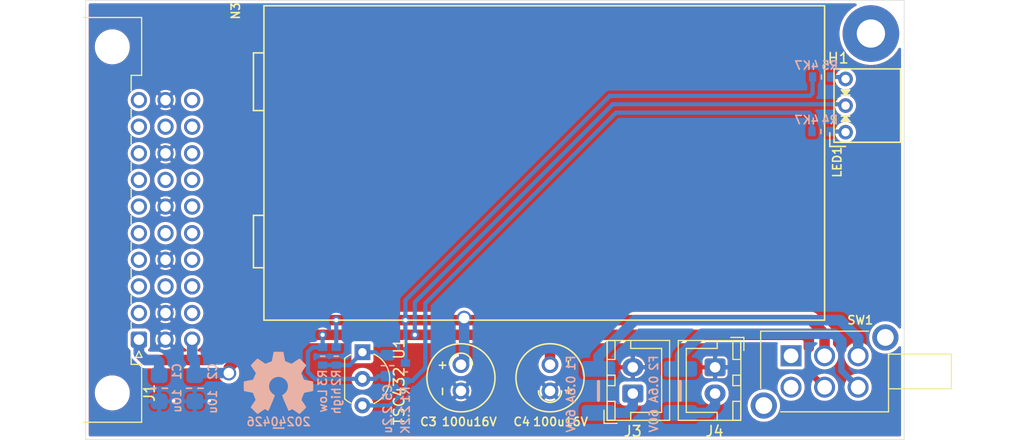
<source format=kicad_pcb>
(kicad_pcb (version 20221018) (generator pcbnew)
  (layers (0 "F.Cu" mixed) (31 "B.Cu" mixed) (34 "B.Paste" user) (35 "F.Paste" user) (36 "B.SilkS" user "B.Silkscreen") (37 "F.SilkS" user "F.Silkscreen") (38 "B.Mask" user) (39 "F.Mask" user) (44 "Edge.Cuts" user))
  (net 0 "")
  (net 1 "/5V")
  (net 10 "GND")
  (net 15 "/Vaux")
  (net 23 "/+aV")
  (net 24 "/-aV")
  (net 25 "Net-(U1-REF)")
  (net 26 "Net-(J3-Pin_1)")
  (net 27 "/+aV_in")
  (net 28 "Net-(J4-Pin_2)")
  (net 29 "/-aV_in")
  (net 30 "/lowBatt")
  (net 34 "Net-(LED1-A1)")
  (net 35 "Net-(LED1-A2)")
  (footprint "SquantorDiodes:LED_DUAL_TH245_90deg" (layer "F.Cu") (at 170.3 89.425 90)
    (fp_text reference "LED1" (at -5.4 -0.8 90 unlocked) (layer "F.SilkS") (effects (font (size 0.8 0.8))))
    (fp_text value "LED_Dual_CC")
    (fp_line (start -3.9 -1.5) (end -3.9 0) (stroke (width 0.15)) (layer "F.SilkS"))
    (fp_line (start -3.9 -1.5) (end -2.6 -1.5) (stroke (width 0.15)) (layer "F.SilkS"))
    (fp_line (start -3.5 -1.1) (end 3.5 -1.1) (stroke (width 0.15)) (layer "F.SilkS"))
    (fp_line (start -3.5 5.25) (end -3.5 -1.1) (stroke (width 0.15)) (layer "F.SilkS"))
    (fp_line (start -3.5 5.25) (end 3.5 5.25) (stroke (width 0.15)) (layer "F.SilkS"))
    (fp_line (start -1 -0.4) (end -1 0.4) (stroke (width 0.15)) (layer "F.SilkS"))
    (fp_line (start 1 0.4) (end 1 -0.4) (stroke (width 0.15)) (layer "F.SilkS"))
    (fp_line (start 3.5 5.25) (end 3.5 -1.1) (stroke (width 0.15)) (layer "F.SilkS"))
    (fp_poly (pts (xy -1 0) (xy -1.5 0.4) (xy -1.5 -0.4)) (stroke (width 0.15)) (fill solid) (layer "F.SilkS"))
    (fp_poly (pts (xy 1 0) (xy 1.5 -0.4) (xy 1.5 0.4)) (stroke (width 0.15)) (fill solid) (layer "F.SilkS"))
    (pad "1" thru_hole circle (at -2.54 0 90) (size 1.4 1.4) (drill 0.8) (layers "*.Cu" "*.Mask") (net 34 "Net-(LED1-A1)"))
    (pad "2" thru_hole circle (at 0 0 90) (size 1.4 1.4) (drill 0.8) (layers "*.Cu" "*.Mask") (net 24 "/-aV"))
    (pad "3" thru_hole circle (at 2.54 0 90) (size 1.4 1.4) (drill 0.8) (layers "*.Cu" "*.Mask") (net 35 "Net-(LED1-A2)"))
  )
  (footprint "Connector_JST:JST_XH_B2B-XH-A_1x02_P2.50mm_Vertical" (layer "F.Cu") (at 157.85 114.4 -90)
    (fp_text reference "J4" (at 6.1 0.05) (layer "F.SilkS"))
    (fp_text value "Conn_01x02")
    (fp_line (start -2.85 -2.75) (end -2.85 -1.5) (stroke (width 0.12)) (layer "F.SilkS"))
    (fp_line (start -2.56 -2.46) (end -2.56 3.51) (stroke (width 0.12)) (layer "F.SilkS"))
    (fp_line (start -2.56 3.51) (end 5.06 3.51) (stroke (width 0.12)) (layer "F.SilkS"))
    (fp_line (start -2.55 -2.45) (end -2.55 -1.7) (stroke (width 0.12)) (layer "F.SilkS"))
    (fp_line (start -2.55 -1.7) (end -0.75 -1.7) (stroke (width 0.12)) (layer "F.SilkS"))
    (fp_line (start -2.55 -0.2) (end -1.8 -0.2) (stroke (width 0.12)) (layer "F.SilkS"))
    (fp_line (start -1.8 -0.2) (end -1.8 2.75) (stroke (width 0.12)) (layer "F.SilkS"))
    (fp_line (start -1.8 2.75) (end 1.25 2.75) (stroke (width 0.12)) (layer "F.SilkS"))
    (fp_line (start -1.6 -2.75) (end -2.85 -2.75) (stroke (width 0.12)) (layer "F.SilkS"))
    (fp_line (start -0.75 -2.45) (end -2.55 -2.45) (stroke (width 0.12)) (layer "F.SilkS"))
    (fp_line (start -0.75 -1.7) (end -0.75 -2.45) (stroke (width 0.12)) (layer "F.SilkS"))
    (fp_line (start 0.75 -2.45) (end 0.75 -1.7) (stroke (width 0.12)) (layer "F.SilkS"))
    (fp_line (start 0.75 -1.7) (end 1.75 -1.7) (stroke (width 0.12)) (layer "F.SilkS"))
    (fp_line (start 1.75 -2.45) (end 0.75 -2.45) (stroke (width 0.12)) (layer "F.SilkS"))
    (fp_line (start 1.75 -1.7) (end 1.75 -2.45) (stroke (width 0.12)) (layer "F.SilkS"))
    (fp_line (start 3.25 -2.45) (end 3.25 -1.7) (stroke (width 0.12)) (layer "F.SilkS"))
    (fp_line (start 3.25 -1.7) (end 5.05 -1.7) (stroke (width 0.12)) (layer "F.SilkS"))
    (fp_line (start 4.3 -0.2) (end 4.3 2.75) (stroke (width 0.12)) (layer "F.SilkS"))
    (fp_line (start 4.3 2.75) (end 1.25 2.75) (stroke (width 0.12)) (layer "F.SilkS"))
    (fp_line (start 5.05 -2.45) (end 3.25 -2.45) (stroke (width 0.12)) (layer "F.SilkS"))
    (fp_line (start 5.05 -1.7) (end 5.05 -2.45) (stroke (width 0.12)) (layer "F.SilkS"))
    (fp_line (start 5.05 -0.2) (end 4.3 -0.2) (stroke (width 0.12)) (layer "F.SilkS"))
    (fp_line (start 5.06 -2.46) (end -2.56 -2.46) (stroke (width 0.12)) (layer "F.SilkS"))
    (fp_line (start 5.06 3.51) (end 5.06 -2.46) (stroke (width 0.12)) (layer "F.SilkS"))
    (pad "1" thru_hole roundrect (at 0 0 270) (size 1.7 2) (drill 1) (layers "*.Cu" "*.Mask") (roundrect_rratio 0.147059) (net 10 "GND"))
    (pad "2" thru_hole oval (at 2.5 0 270) (size 1.7 2) (drill 1) (layers "*.Cu" "*.Mask") (net 28 "Net-(J4-Pin_2)"))
  )
  (footprint "SquantorConnectors:DIN41612_C3_3x10_Male_Horizontal_THT" (layer "F.Cu") (at 102.87 111.76 90)
    (fp_text reference "J1" (at -5.08 1 90) (layer "F.SilkS"))
    (fp_text value "~")
    (fp_line (start -7.88 -5.3) (end -7.88 0.26) (stroke (width 0.12)) (layer "F.SilkS"))
    (fp_line (start -7.88 0.26) (end -2.36 0.26) (stroke (width 0.12)) (layer "F.SilkS"))
    (fp_line (start -2.361 -0.74) (end -1.095 -0.74) (stroke (width 0.12)) (layer "F.SilkS"))
    (fp_line (start -2.36 0.26) (end -2.36 -0.74) (stroke (width 0.12)) (layer "F.SilkS"))
    (fp_line (start -1.695 -0.3) (end -1.695 0.3) (stroke (width 0.12)) (layer "F.SilkS"))
    (fp_line (start -1.695 0.3) (end -1.095 0) (stroke (width 0.12)) (layer "F.SilkS"))
    (fp_line (start -1.095 0) (end -1.695 -0.3) (stroke (width 0.12)) (layer "F.SilkS"))
    (fp_line (start 1.095 -0.74) (end 1.671 -0.74) (stroke (width 0.12)) (layer "F.SilkS"))
    (fp_line (start 3.41 -0.74) (end 4.211 -0.74) (stroke (width 0.12)) (layer "F.SilkS"))
    (fp_line (start 5.95 -0.74) (end 6.751 -0.74) (stroke (width 0.12)) (layer "F.SilkS"))
    (fp_line (start 8.49 -0.74) (end 9.291 -0.74) (stroke (width 0.12)) (layer "F.SilkS"))
    (fp_line (start 11.03 -0.74) (end 11.831 -0.74) (stroke (width 0.12)) (layer "F.SilkS"))
    (fp_line (start 13.57 -0.74) (end 14.371 -0.74) (stroke (width 0.12)) (layer "F.SilkS"))
    (fp_line (start 16.11 -0.74) (end 16.911 -0.74) (stroke (width 0.12)) (layer "F.SilkS"))
    (fp_line (start 18.65 -0.74) (end 19.451 -0.74) (stroke (width 0.12)) (layer "F.SilkS"))
    (fp_line (start 21.19 -0.74) (end 21.991 -0.74) (stroke (width 0.12)) (layer "F.SilkS"))
    (fp_line (start 23.73 -0.74) (end 25.22 -0.74) (stroke (width 0.12)) (layer "F.SilkS"))
    (fp_line (start 25.22 0.26) (end 25.22 -0.74) (stroke (width 0.12)) (layer "F.SilkS"))
    (fp_line (start 30.74 -5.3) (end 30.74 0.26) (stroke (width 0.12)) (layer "F.SilkS"))
    (fp_line (start 30.74 0.26) (end 25.22 0.26) (stroke (width 0.12)) (layer "F.SilkS"))
    (pad "" np_thru_hole circle (at -5.08 -2.54 90) (size 2.85 2.85) (drill 2.85) (layers "*.Cu" "*.Mask"))
    (pad "" np_thru_hole circle (at 27.94 -2.54 90) (size 2.85 2.85) (drill 2.85) (layers "*.Cu" "*.Mask"))
    (pad "A1" thru_hole roundrect (at 0 0 90) (size 1.55 1.55) (drill 1) (layers "*.Cu" "*.Mask") (roundrect_rratio 0.16129) (net 23 "/+aV"))
    (pad "A2" thru_hole circle (at 2.54 0 90) (size 1.55 1.55) (drill 1) (layers "*.Cu" "*.Mask") (net 1 "/5V"))
    (pad "A3" thru_hole circle (at 5.08 0 90) (size 1.55 1.55) (drill 1) (layers "*.Cu" "*.Mask"))
    (pad "A4" thru_hole circle (at 7.62 0 90) (size 1.55 1.55) (drill 1) (layers "*.Cu" "*.Mask"))
    (pad "A5" thru_hole circle (at 10.16 0 90) (size 1.55 1.55) (drill 1) (layers "*.Cu" "*.Mask"))
    (pad "A6" thru_hole circle (at 12.7 0 90) (size 1.55 1.55) (drill 1) (layers "*.Cu" "*.Mask"))
    (pad "A7" thru_hole circle (at 15.24 0 90) (size 1.55 1.55) (drill 1) (layers "*.Cu" "*.Mask"))
    (pad "A8" thru_hole circle (at 17.78 0 90) (size 1.55 1.55) (drill 1) (layers "*.Cu" "*.Mask"))
    (pad "A9" thru_hole circle (at 20.32 0 90) (size 1.55 1.55) (drill 1) (layers "*.Cu" "*.Mask"))
    (pad "A10" thru_hole circle (at 22.86 0 90) (size 1.55 1.55) (drill 1) (layers "*.Cu" "*.Mask"))
    (pad "B1" thru_hole circle (at 0 2.54 90) (size 1.55 1.55) (drill 1) (layers "*.Cu" "*.Mask") (net 10 "GND"))
    (pad "B2" thru_hole circle (at 2.54 2.54 90) (size 1.55 1.55) (drill 1) (layers "*.Cu" "*.Mask") (net 10 "GND"))
    (pad "B3" thru_hole circle (at 5.08 2.54 90) (size 1.55 1.55) (drill 1) (layers "*.Cu" "*.Mask"))
    (pad "B4" thru_hole circle (at 7.62 2.54 90) (size 1.55 1.55) (drill 1) (layers "*.Cu" "*.Mask") (net 10 "GND"))
    (pad "B5" thru_hole circle (at 10.16 2.54 90) (size 1.55 1.55) (drill 1) (layers "*.Cu" "*.Mask"))
    (pad "B6" thru_hole circle (at 12.7 2.54 90) (size 1.55 1.55) (drill 1) (layers "*.Cu" "*.Mask") (net 10 "GND"))
    (pad "B7" thru_hole circle (at 15.24 2.54 90) (size 1.55 1.55) (drill 1) (layers "*.Cu" "*.Mask"))
    (pad "B8" thru_hole circle (at 17.78 2.54 90) (size 1.55 1.55) (drill 1) (layers "*.Cu" "*.Mask") (net 10 "GND"))
    (pad "B9" thru_hole circle (at 20.32 2.54 90) (size 1.55 1.55) (drill 1) (layers "*.Cu" "*.Mask"))
    (pad "B10" thru_hole circle (at 22.86 2.54 90) (size 1.55 1.55) (drill 1) (layers "*.Cu" "*.Mask") (net 10 "GND"))
    (pad "C1" thru_hole circle (at 0 5.08 90) (size 1.55 1.55) (drill 1) (layers "*.Cu" "*.Mask") (net 24 "/-aV"))
    (pad "C2" thru_hole circle (at 2.54 5.08 90) (size 1.55 1.55) (drill 1) (layers "*.Cu" "*.Mask") (net 15 "/Vaux"))
    (pad "C3" thru_hole circle (at 5.08 5.08 90) (size 1.55 1.55) (drill 1) (layers "*.Cu" "*.Mask"))
    (pad "C4" thru_hole circle (at 7.62 5.08 90) (size 1.55 1.55) (drill 1) (layers "*.Cu" "*.Mask"))
    (pad "C5" thru_hole circle (at 10.16 5.08 90) (size 1.55 1.55) (drill 1) (layers "*.Cu" "*.Mask"))
    (pad "C6" thru_hole circle (at 12.7 5.08 90) (size 1.55 1.55) (drill 1) (layers "*.Cu" "*.Mask"))
    (pad "C7" thru_hole circle (at 15.24 5.08 90) (size 1.55 1.55) (drill 1) (layers "*.Cu" "*.Mask"))
    (pad "C8" thru_hole circle (at 17.78 5.08 90) (size 1.55 1.55) (drill 1) (layers "*.Cu" "*.Mask"))
    (pad "C9" thru_hole circle (at 20.32 5.08 90) (size 1.55 1.55) (drill 1) (layers "*.Cu" "*.Mask"))
    (pad "C10" thru_hole circle (at 22.86 5.08 90) (size 1.55 1.55) (drill 1) (layers "*.Cu" "*.Mask"))
  )
  (footprint "SquantorModules:battery_holder_9v_stacked" (layer "F.Cu") (at 140.8 94.9 90)
    (fp_text reference "N3" (at 14.5 -28.7 90 unlocked) (layer "F.SilkS") (effects (font (size 0.8 0.8))))
    (fp_text value "9V blocks")
    (fp_line (start -15 -26) (end -15 27.5) (stroke (width 0.15)) (layer "F.SilkS"))
    (fp_line (start -15 27.5) (end 15 27.5) (stroke (width 0.15)) (layer "F.SilkS"))
    (fp_line (start -10 -27) (end -5 -27) (stroke (width 0.15)) (layer "F.SilkS"))
    (fp_line (start -10 -26) (end -10 -27) (stroke (width 0.15)) (layer "F.SilkS"))
    (fp_line (start -5 -27) (end -5 -26) (stroke (width 0.15)) (layer "F.SilkS"))
    (fp_line (start 5 -27) (end 5 -26) (stroke (width 0.15)) (layer "F.SilkS"))
    (fp_line (start 10.5 -27) (end 5 -27) (stroke (width 0.15)) (layer "F.SilkS"))
    (fp_line (start 10.5 -26) (end 10.5 -27) (stroke (width 0.15)) (layer "F.SilkS"))
    (fp_line (start 15 -26) (end -15 -26) (stroke (width 0.15)) (layer "F.SilkS"))
    (fp_line (start 15 27.5) (end 15 -26) (stroke (width 0.15)) (layer "F.SilkS"))
  )
  (footprint "Connector_JST:JST_XH_B2B-XH-A_1x02_P2.50mm_Vertical" (layer "F.Cu") (at 150 116.9 90)
    (fp_text reference "J3" (at -3.6 0 180) (layer "F.SilkS"))
    (fp_text value "Conn_01x02")
    (fp_line (start -2.85 -2.75) (end -2.85 -1.5) (stroke (width 0.12)) (layer "F.SilkS"))
    (fp_line (start -2.56 -2.46) (end -2.56 3.51) (stroke (width 0.12)) (layer "F.SilkS"))
    (fp_line (start -2.56 3.51) (end 5.06 3.51) (stroke (width 0.12)) (layer "F.SilkS"))
    (fp_line (start -2.55 -2.45) (end -2.55 -1.7) (stroke (width 0.12)) (layer "F.SilkS"))
    (fp_line (start -2.55 -1.7) (end -0.75 -1.7) (stroke (width 0.12)) (layer "F.SilkS"))
    (fp_line (start -2.55 -0.2) (end -1.8 -0.2) (stroke (width 0.12)) (layer "F.SilkS"))
    (fp_line (start -1.8 -0.2) (end -1.8 2.75) (stroke (width 0.12)) (layer "F.SilkS"))
    (fp_line (start -1.8 2.75) (end 1.25 2.75) (stroke (width 0.12)) (layer "F.SilkS"))
    (fp_line (start -1.6 -2.75) (end -2.85 -2.75) (stroke (width 0.12)) (layer "F.SilkS"))
    (fp_line (start -0.75 -2.45) (end -2.55 -2.45) (stroke (width 0.12)) (layer "F.SilkS"))
    (fp_line (start -0.75 -1.7) (end -0.75 -2.45) (stroke (width 0.12)) (layer "F.SilkS"))
    (fp_line (start 0.75 -2.45) (end 0.75 -1.7) (stroke (width 0.12)) (layer "F.SilkS"))
    (fp_line (start 0.75 -1.7) (end 1.75 -1.7) (stroke (width 0.12)) (layer "F.SilkS"))
    (fp_line (start 1.75 -2.45) (end 0.75 -2.45) (stroke (width 0.12)) (layer "F.SilkS"))
    (fp_line (start 1.75 -1.7) (end 1.75 -2.45) (stroke (width 0.12)) (layer "F.SilkS"))
    (fp_line (start 3.25 -2.45) (end 3.25 -1.7) (stroke (width 0.12)) (layer "F.SilkS"))
    (fp_line (start 3.25 -1.7) (end 5.05 -1.7) (stroke (width 0.12)) (layer "F.SilkS"))
    (fp_line (start 4.3 -0.2) (end 4.3 2.75) (stroke (width 0.12)) (layer "F.SilkS"))
    (fp_line (start 4.3 2.75) (end 1.25 2.75) (stroke (width 0.12)) (layer "F.SilkS"))
    (fp_line (start 5.05 -2.45) (end 3.25 -2.45) (stroke (width 0.12)) (layer "F.SilkS"))
    (fp_line (start 5.05 -1.7) (end 5.05 -2.45) (stroke (width 0.12)) (layer "F.SilkS"))
    (fp_line (start 5.05 -0.2) (end 4.3 -0.2) (stroke (width 0.12)) (layer "F.SilkS"))
    (fp_line (start 5.06 -2.46) (end -2.56 -2.46) (stroke (width 0.12)) (layer "F.SilkS"))
    (fp_line (start 5.06 3.51) (end 5.06 -2.46) (stroke (width 0.12)) (layer "F.SilkS"))
    (pad "1" thru_hole roundrect (at 0 0 90) (size 1.7 2) (drill 1) (layers "*.Cu" "*.Mask") (roundrect_rratio 0.147059) (net 26 "Net-(J3-Pin_1)"))
    (pad "2" thru_hole oval (at 2.5 0 90) (size 1.7 2) (drill 1) (layers "*.Cu" "*.Mask") (net 10 "GND"))
  )
  (footprint "SquantorCapacitor:C-025-065-elco" (layer "F.Cu") (at 133.6 115.4 -90)
    (fp_text reference "C3" (at 4.2 3.1 unlocked) (layer "F.SilkS") (effects (font (size 0.8 0.8))))
    (fp_text value "100u16V" (at 4.2 -0.8 unlocked) (layer "F.SilkS") (effects (font (size 0.8 0.8))))
    (fp_text user "+" (at -1.2 1.7 -90 unlocked) (layer "F.SilkS") (effects (font (size 0.8 0.8))))
    (fp_text user "-" (at 1.3 1.7 -90 unlocked) (layer "F.SilkS") (effects (font (size 0.8 0.8))))
    (fp_arc (start -1.25 1.1) (mid -2.35 0) (end -1.25 -1.1) (stroke (width 0.15)) (layer "F.SilkS"))
    (fp_circle (center 0 0) (end 3.25 0) (stroke (width 0.15)) (fill none) (layer "F.SilkS"))
    (pad "1" thru_hole circle (at -1.25 0 270) (size 1.6 1.6) (drill 1) (layers "*.Cu" "*.Mask") (net 23 "/+aV"))
    (pad "2" thru_hole circle (at 1.25 0 270) (size 1.6 1.6) (drill 1) (layers "*.Cu" "*.Mask") (net 10 "GND"))
  )
  (footprint "SquantorSwitches:PS-22F02" (layer "F.Cu") (at 168.3 114.8)
    (fp_text reference "SW1" (at 3.4 -4.9 unlocked) (layer "F.SilkS") (effects (font (size 0.8 0.8))))
    (fp_text value "switch_DPDT")
    (fp_line (start -6.1 1.6) (end -6.1 -3.85) (stroke (width 0.12)) (layer "F.SilkS"))
    (fp_line (start -4.2 3.85) (end 6.1 3.85) (stroke (width 0.12)) (layer "F.SilkS"))
    (fp_line (start 4.2 -3.85) (end -6.1 -3.85) (stroke (width 0.12)) (layer "F.SilkS"))
    (fp_line (start 6.1 -1.6) (end 6.1 3.85) (stroke (width 0.12)) (layer "F.SilkS"))
    (fp_rect (start 6.1 1.65) (end 12.1 -1.66) (stroke (width 0.12)) (fill none) (layer "F.SilkS"))
    (pad "1" thru_hole rect (at -3.2 -1.5) (size 2 2) (drill 1.4) (layers "*.Cu" "*.Mask"))
    (pad "2" thru_hole circle (at 0 -1.5) (size 2 2) (drill 1.4) (layers "*.Cu" "*.Mask") (net 23 "/+aV"))
    (pad "3" thru_hole circle (at 3.2 -1.5) (size 2 2) (drill 1.4) (layers "*.Cu" "*.Mask") (net 27 "/+aV_in"))
    (pad "4" thru_hole circle (at 3.2 1.5) (size 2 2) (drill 1.4) (layers "*.Cu" "*.Mask") (net 29 "/-aV_in"))
    (pad "5" thru_hole circle (at 0 1.5) (size 2 2) (drill 1.4) (layers "*.Cu" "*.Mask") (net 24 "/-aV"))
    (pad "6" thru_hole circle (at -3.2 1.5) (size 2 2) (drill 1.4) (layers "*.Cu" "*.Mask"))
    (pad "S" thru_hole circle (at -5.8 3.25) (size 2.5 2.5) (drill 1.6) (layers "*.Cu" "*.Mask"))
    (pad "S" thru_hole circle (at 5.8 -3.25) (size 2.5 2.5) (drill 1.6) (layers "*.Cu" "*.Mask"))
  )
  (footprint "SquantorCapacitor:C-025-065-elco" (layer "F.Cu") (at 142.1 115.4 90)
    (fp_text reference "C4" (at -4.2 -2.7 unlocked) (layer "F.SilkS") (effects (font (size 0.8 0.8))))
    (fp_text value "100u16V" (at -4.2 1 unlocked) (layer "F.SilkS") (effects (font (size 0.8 0.8))))
    (fp_text user "+" (at -1.2 1.7 90 unlocked) (layer "F.SilkS") (effects (font (size 0.8 0.8))))
    (fp_text user "-" (at 1.3 1.7 90 unlocked) (layer "F.SilkS") (effects (font (size 0.8 0.8))))
    (fp_arc (start -1.25 1.1) (mid -2.35 0) (end -1.25 -1.1) (stroke (width 0.15)) (layer "F.SilkS"))
    (fp_circle (center 0 0) (end 3.25 0) (stroke (width 0.15)) (fill none) (layer "F.SilkS"))
    (pad "1" thru_hole circle (at -1.25 0 90) (size 1.6 1.6) (drill 1) (layers "*.Cu" "*.Mask") (net 10 "GND"))
    (pad "2" thru_hole circle (at 1.25 0 90) (size 1.6 1.6) (drill 1) (layers "*.Cu" "*.Mask") (net 24 "/-aV"))
  )
  (footprint "MountingHole:MountingHole_2.7mm_M2.5_Pad" (layer "F.Cu") (at 172.72 82.55)
    (fp_text reference "H1" (at -3.12 2.35) (layer "F.SilkS"))
    (fp_text value "MountingHole")
    (pad "1" thru_hole circle (at 0 0) (size 5.4 5.4) (drill 2.7) (layers "*.Cu" "*.Mask"))
  )
  (footprint "Package_TO_SOT_THT:TO-92L_Inline_Wide" (layer "F.Cu") (at 124.2 112.96 -90)
    (fp_text reference "U1" (at -0.32 -3.5 90) (layer "F.SilkS"))
    (fp_text value "TSC432" (at 4.18 -3.5 90) (layer "F.SilkS"))
    (fp_line (start 0.6 1.7) (end 4.45 1.7) (stroke (width 0.12)) (layer "F.SilkS"))
    (fp_arc (start 0.1836 -1.098807) (mid 1.143021 -2.192817) (end 2.54 -2.6) (stroke (width 0.12)) (layer "F.SilkS"))
    (fp_arc (start 0.6 1.7) (mid 0.389183 1.423933) (end 0.217369 1.122045) (stroke (width 0.12)) (layer "F.SilkS"))
    (fp_arc (start 2.54 -2.6) (mid 3.936979 -2.192818) (end 4.8964 -1.098807) (stroke (width 0.12)) (layer "F.SilkS"))
    (fp_arc (start 4.842383 1.112264) (mid 4.666594 1.419753) (end 4.45 1.7) (stroke (width 0.12)) (layer "F.SilkS"))
    (pad "1" thru_hole rect (at 0 0 270) (size 1.5 1.5) (drill 0.8) (layers "*.Cu" "*.Mask") (net 25 "Net-(U1-REF)"))
    (pad "2" thru_hole circle (at 2.54 0 270) (size 1.5 1.5) (drill 0.8) (layers "*.Cu" "*.Mask") (net 24 "/-aV"))
    (pad "3" thru_hole circle (at 5.08 0 270) (size 1.5 1.5) (drill 0.8) (layers "*.Cu" "*.Mask") (net 30 "/lowBatt"))
  )
  (footprint "SquantorLabels:Label_Generic" (layer "B.Cu") (at 116.2 119.6 180)
    (fp_text reference "N1" hide)
    (fp_text value "20240426" (at 0 0) (layer "B.SilkS") (effects (font (size 0.8 0.8)) (justify mirror)))
    (fp_line (start -0.5 -0.6) (end 0.5 -0.6) (stroke (width 0.15)) (layer "B.SilkS"))
  )
  (footprint "Symbol:OSHW-Symbol_6.7x6mm_SilkScreen" (layer "B.Cu") (at 116.2 115.9 180)
    (fp_text reference "N2" hide)
    (fp_text value "OHWLOGO" hide)
    (fp_poly (pts (xy 0.555814 2.531069) (xy 0.639635 2.086445) (xy 0.94892 1.958947) (xy 1.258206 1.831449) (xy 1.629246 2.083754) (xy 1.733157 2.154004) (xy 1.827087 2.216728) (xy 1.906652 2.269062) (xy 1.96747 2.308143) (xy 2.005157 2.331107) (xy 2.015421 2.336058) (xy 2.03391 2.323324) (xy 2.07342 2.288118) (xy 2.129522 2.234938) (xy 2.197787 2.168282) (xy 2.273786 2.092646) (xy 2.353092 2.012528) (xy 2.431275 1.932426) (xy 2.503907 1.856836) (xy 2.566559 1.790255) (xy 2.614803 1.737182) (xy 2.64421 1.702113) (xy 2.651241 1.690377) (xy 2.641123 1.66874) (xy 2.612759 1.621338) (xy 2.569129 1.552807) (xy 2.513218 1.467785) (xy 2.448006 1.370907) (xy 2.410219 1.31565) (xy 2.341343 1.214752) (xy 2.28014 1.123701) (xy 2.229578 1.04703) (xy 2.192628 0.989272) (xy 2.172258 0.954957) (xy 2.169197 0.947746) (xy 2.176136 0.927252) (xy 2.195051 0.879487) (xy 2.223087 0.811168) (xy 2.257391 0.729011) (xy 2.295109 0.63973) (xy 2.333387 0.550042) (xy 2.36937 0.466662) (xy 2.400206 0.396306) (xy 2.423039 0.34569) (xy 2.435017 0.321529) (xy 2.435724 0.320578) (xy 2.454531 0.315964) (xy 2.504618 0.305672) (xy 2.580793 0.290713) (xy 2.677865 0.272099) (xy 2.790643 0.250841) (xy 2.856442 0.238582) (xy 2.97695 0.215638) (xy 3.085797 0.193805) (xy 3.177476 0.174278) (xy 3.246481 0.158252) (xy 3.287304 0.146921) (xy 3.295511 0.143326) (xy 3.303548 0.118994) (xy 3.310033 0.064041) (xy 3.31497 -0.015108) (xy 3.318364 -0.112026) (xy 3.320218 -0.220287) (xy 3.320538 -0.333465) (xy 3.319327 -0.445135) (xy 3.31659 -0.548868) (xy 3.312331 -0.638241) (xy 3.306555 -0.706826) (xy 3.299267 -0.748197) (xy 3.294895 -0.75681) (xy 3.268764 -0.767133) (xy 3.213393 -0.781892) (xy 3.136107 -0.799352) (xy 3.04423 -0.81778) (xy 3.012158 -0.823741) (xy 2.857524 -0.852066) (xy 2.735375 -0.874876) (xy 2.641673 -0.89308) (xy 2.572384 -0.907583) (xy 2.523471 -0.919292) (xy 2.490897 -0.929115) (xy 2.470628 -0.937956) (xy 2.458626 -0.946724) (xy 2.456947 -0.948457) (xy 2.440184 -0.976371) (xy 2.414614 -1.030695) (xy 2.382788 -1.104777) (xy 2.34726 -1.191965) (xy 2.310583 -1.285608) (xy 2.275311 -1.379052) (xy 2.243996 -1.465647) (xy 2.219193 -1.53874) (xy 2.203454 -1.591678) (xy 2.199332 -1.617811) (xy 2.199676 -1.618726) (xy 2.213641 -1.640086) (xy 2.245322 -1.687084) (xy 2.291391 -1.754827) (xy 2.348518 -1.838423) (xy 2.413373 -1.932982) (xy 2.431843 -1.959854) (xy 2.497699 -2.057275) (xy 2.55565 -2.146163) (xy 2.602538 -2.221412) (xy 2.635207 -2.27792) (xy 2.6505 -2.310581) (xy 2.651241 -2.314593) (xy 2.638392 -2.335684) (xy 2.602888 -2.377464) (xy 2.549293 -2.435445) (xy 2.482171 -2.505135) (xy 2.406087 -2.582045) (xy 2.325604 -2.661683) (xy 2.245287 -2.739561) (xy 2.169699 -2.811186) (xy 2.103405 -2.87207) (xy 2.050969 -2.917721) (xy 2.016955 -2.94365) (xy 2.007545 -2.947883) (xy 1.985643 -2.937912) (xy 1.9408 -2.91102) (xy 1.880321 -2.871736) (xy 1.833789 -2.840117) (xy 1.749475 -2.782098) (xy 1.649626 -2.713784) (xy 1.549473 -2.645579) (xy 1.495627 -2.609075) (xy 1.313371 -2.4858) (xy 1.160381 -2.56852) (xy 1.090682 -2.604759) (xy 1.031414 -2.632926) (xy 0.991311 -2.648991) (xy 0.981103 -2.651226) (xy 0.968829 -2.634722) (xy 0.944613 -2.588082) (xy 0.910263 -2.515609) (xy 0.867588 -2.421606) (xy 0.818394 -2.310374) (xy 0.76449 -2.186215) (xy 0.707684 -2.053432) (xy 0.649782 -1.916327) (xy 0.592593 -1.779202) (xy 0.537924 -1.646358) (xy 0.487584 -1.522098) (xy 0.44338 -1.410725) (xy 0.407119 -1.316539) (xy 0.380609 -1.243844) (xy 0.365658 -1.196941) (xy 0.363254 -1.180833) (xy 0.382311 -1.160286) (xy 0.424036 -1.126933) (xy 0.479706 -1.087702) (xy 0.484378 -1.084599) (xy 0.628264 -0.969423) (xy 0.744283 -0.835053) (xy 0.83143 -0.685784) (xy 0.888699 -0.525913) (xy 0.915086 -0.359737) (xy 0.909585 -0.191552) (xy 0.87119 -0.025655) (xy 0.798895 0.133658) (xy 0.777626 0.168513) (xy 0.666996 0.309263) (xy 0.536302 0.422286) (xy 0.390064 0.506997) (xy 0.232808 0.562806) (xy 0.069057 0.589126) (xy -0.096667 0.58537) (xy -0.259838 0.55095) (xy -0.415935 0.485277) (xy -0.560433 0.387765) (xy -0.605131 0.348187) (xy -0.718888 0.224297) (xy -0.801782 0.093876) (xy -0.858644 -0.052315) (xy -0.890313 -0.197088) (xy -0.898131 -0.35986) (xy -0.872062 -0.52344) (xy -0.814755 -0.682298) (xy -0.728856 -0.830906) (xy -0.617014 -0.963735) (xy -0.481877 -1.075256) (xy -0.464117 -1.087011) (xy -0.40785 -1.125508) (xy -0.365077 -1.158863) (xy -0.344628 -1.18016) (xy -0.344331 -1.180833) (xy -0.348721 -1.203871) (xy -0.366124 -1.256157) (xy -0.394732 -1.33339) (xy -0.432735 -1.431268) (xy -0.478326 -1.545491) (xy -0.529697 -1.671758) (xy -0.585038 -1.805767) (xy -0.642542 -1.943218) (xy -0.700399 -2.079808) (xy -0.756802 -2.211237) (xy -0.809942 -2.333205) (xy -0.85801 -2.441409) (xy -0.899199 -2.531549) (xy -0.931699 -2.599323) (xy -0.953703 -2.64043) (xy -0.962564 -2.651226) (xy -0.98964 -2.642819) (xy -1.040303 -2.620272) (xy -1.105817 -2.587613) (xy -1.141841 -2.56852) (xy -1.294832 -2.4858) (xy -1.477088 -2.609075) (xy -1.570125 -2.672228) (xy -1.671985 -2.741727) (xy -1.767438 -2.807165) (xy -1.81525 -2.840117) (xy -1.882495 -2.885273) (xy -1.939436 -2.921057) (xy -1.978646 -2.942938) (xy -1.991381 -2.947563) (xy -2.009917 -2.935085) (xy -2.050941 -2.900252) (xy -2.110475 -2.846678) (xy -2.184542 -2.777983) (xy -2.269165 -2.697781) (xy -2.322685 -2.646286) (xy -2.416319 -2.554286) (xy -2.497241 -2.471999) (xy -2.562177 -2.402945) (xy -2.607858 -2.350644) (xy -2.631011 -2.318616) (xy -2.633232 -2.312116) (xy -2.622924 -2.287394) (xy -2.594439 -2.237405) (xy -2.550937 -2.167212) (xy -2.495577 -2.081875) (xy -2.43152 -1.986456) (xy -2.413303 -1.959854) (xy -2.346927 -1.863167) (xy -2.287378 -1.776117) (xy -2.237984 -1.703595) (xy -2.202075 -1.650493) (xy -2.182981 -1.621703) (xy -2.181136 -1.618726) (xy -2.183895 -1.595782) (xy -2.198538 -1.545336) (xy -2.222513 -1.474041) (xy -2.253266 -1.388547) (xy -2.288244 -1.295507) (xy -2.324893 -1.201574) (xy -2.360661 -1.113399) (xy -2.392994 -1.037634) (xy -2.419338 -0.980931) (xy -2.437142 -0.949943) (xy -2.438407 -0.948457) (xy -2.449294 -0.939601) (xy -2.467682 -0.930843) (xy -2.497606 -0.921277) (xy -2.543103 -0.909996) (xy -2.608209 -0.896093) (xy -2.696961 -0.878663) (xy -2.813393 -0.856798) (xy -2.961542 -0.829591) (xy -2.993618 -0.823741) (xy -3.088686 -0.805374) (xy -3.171565 -0.787405) (xy -3.23493 -0.771569) (xy -3.271458 -0.7596) (xy -3.276356 -0.75681) (xy -3.284427 -0.732072) (xy -3.290987 -0.67679) (xy -3.296033 -0.597389) (xy -3.299559 -0.500296) (xy -3.301561 -0.391938) (xy -3.302036 -0.27874) (xy -3.300977 -0.167128) (xy -3.298382 -0.063529) (xy -3.294246 0.025632) (xy -3.288563 0.093928) (xy -3.281331 0.134934) (xy -3.276971 0.143326) (xy -3.252698 0.151792) (xy -3.197426 0.165565) (xy -3.116662 0.18345) (xy -3.015912 0.204252) (xy -2.900683 0.226777) (xy -2.837902 0.238582) (xy -2.718787 0.260849) (xy -2.612565 0.281021) (xy -2.524427 0.298085) (xy -2.459566 0.311031) (xy -2.423174 0.318845) (xy -2.417184 0.320578) (xy -2.407061 0.34011) (xy -2.385662 0.387157) (xy -2.355839 0.454997) (xy -2.320445 0.536909) (xy -2.282332 0.626172) (xy -2.244353 0.716065) (xy -2.20936 0.799865) (xy -2.180206 0.870853) (xy -2.159743 0.922306) (xy -2.150823 0.947503) (xy -2.150657 0.948604) (xy -2.160769 0.968481) (xy -2.189117 1.014223) (xy -2.232723 1.081283) (xy -2.288606 1.165116) (xy -2.353787 1.261174) (xy -2.391679 1.31635) (xy -2.460725 1.417519) (xy -2.52205 1.50937) (xy -2.572663 1.587256) (xy -2.609571 1.646531) (xy -2.629782 1.682549) (xy -2.632701 1.690623) (xy -2.620153 1.709416) (xy -2.585463 1.749543) (xy -2.533063 1.806507) (xy -2.467384 1.875815) (xy -2.392856 1.952969) (xy -2.313913 2.033475) (xy -2.234983 2.112837) (xy -2.1605 2.18656) (xy -2.094894 2.250148) (xy -2.042596 2.299106) (xy -2.008039 2.328939) (xy -1.996478 2.336058) (xy -1.977654 2.326047) (xy -1.932631 2.297922) (xy -1.865787 2.254546) (xy -1.781499 2.198782) (xy -1.684144 2.133494) (xy -1.610707 2.083754) (xy -1.239667 1.831449) (xy -0.621095 2.086445) (xy -0.537275 2.531069) (xy -0.453454 2.975693) (xy 0.471994 2.975693) (xy 0.555814 2.531069)) (stroke (width 0.01)) (fill solid) (layer "B.SilkS"))
  )
  (footprint "SquantorCapacitor:C_1206_0805" (layer "B.Cu") (at 104.8 116.4 90)
    (fp_text reference "C1" (at 1.6 1.7 90) (layer "B.SilkS") (effects (font (size 0.8 0.8)) (justify mirror)))
    (fp_text value "10u" (at -1.2 1.7 90) (layer "B.SilkS") (effects (font (size 0.8 0.8)) (justify mirror)))
    (fp_line (start 0 -0.8) (end 0 -0.3) (stroke (width 0.15)) (layer "B.SilkS"))
    (fp_line (start 0 0.8) (end 0 0.3) (stroke (width 0.15)) (layer "B.SilkS"))
    (pad "1" smd roundrect (at -1.25 0 90) (size 1.5 1.6) (layers "B.Cu" "B.Paste" "B.Mask") (net 10 "GND"))
    (pad "2" smd roundrect (at 1.25 0 90) (size 1.5 1.6) (layers "B.Cu" "B.Paste" "B.Mask") (net 23 "/+aV"))
  )
  (footprint "SquantorResistor:R_0603_hand" (layer "B.Cu") (at 167.95 91.9 180)
    (fp_text reference "R4" (at -0.85 1.1) (layer "B.SilkS") (effects (font (size 0.8 0.8)) (justify mirror)))
    (fp_text value "4K7" (at 1.35 1.1) (layer "B.SilkS") (effects (font (size 0.8 0.8)) (justify mirror)))
    (fp_line (start 0 0.2) (end 0 -0.2) (stroke (width 0.15)) (layer "B.SilkS"))
    (pad "1" smd roundrect (at -0.85 0 180) (size 0.7 0.9) (layers "B.Cu" "B.Paste" "B.Mask") (roundrect_rratio 0.1428571429) (net 34 "Net-(LED1-A1)"))
    (pad "2" smd roundrect (at 0.85 0 180) (size 0.7 0.9) (layers "B.Cu" "B.Paste" "B.Mask") (roundrect_rratio 0.1428571429) (net 30 "/lowBatt"))
  )
  (footprint "SquantorCapacitor:C_0805" (layer "B.Cu") (at 126.6 114.24 -90)
    (fp_text reference "C5" (at 2.56 0 90) (layer "B.SilkS") (effects (font (size 0.8 0.8)) (justify mirror)))
    (fp_text value "2.2u" (at 5.16 0 90) (layer "B.SilkS") (effects (font (size 0.8 0.8)) (justify mirror)))
    (fp_line (start 0 -0.6) (end 0 -0.2) (stroke (width 0.15)) (layer "B.SilkS"))
    (fp_line (start 0 0.6) (end 0 0.2) (stroke (width 0.15)) (layer "B.SilkS"))
    (pad "1" smd roundrect (at -1 0 270) (size 1 1.35) (layers "B.Cu" "B.Paste" "B.Mask") (roundrect_rratio 0.2) (net 25 "Net-(U1-REF)"))
    (pad "2" smd roundrect (at 1 0 270) (size 1 1.35) (layers "B.Cu" "B.Paste" "B.Mask") (roundrect_rratio 0.2) (net 24 "/-aV"))
  )
  (footprint "SquantorResistor:R_0603_hand" (layer "B.Cu") (at 168 86.7 180)
    (fp_text reference "R5" (at -0.8 1.1) (layer "B.SilkS") (effects (font (size 0.8 0.8)) (justify mirror)))
    (fp_text value "4K7" (at 1.4 1.1) (layer "B.SilkS") (effects (font (size 0.8 0.8)) (justify mirror)))
    (fp_line (start 0 0.2) (end 0 -0.2) (stroke (width 0.15)) (layer "B.SilkS"))
    (pad "1" smd roundrect (at -0.85 0 180) (size 0.7 0.9) (layers "B.Cu" "B.Paste" "B.Mask") (roundrect_rratio 0.1428571429) (net 35 "Net-(LED1-A2)"))
    (pad "2" smd roundrect (at 0.85 0 180) (size 0.7 0.9) (layers "B.Cu" "B.Paste" "B.Mask") (roundrect_rratio 0.1428571429) (net 23 "/+aV"))
  )
  (footprint "SquantorRcl:F_1812-bourns" (layer "B.Cu") (at 146.725 116.65 90)
    (fp_text reference "F1" (at 2.65 -2.625 90 unlocked) (layer "B.SilkS") (effects (font (size 0.8 0.8)) (justify mirror)))
    (fp_text value "0.6A 60V" (at -1.25 -2.625 90 unlocked) (layer "B.SilkS") (effects (font (size 0.8 0.8)) (justify mirror)))
    (fp_line (start -0.9 0) (end 0.9 0) (stroke (width 0.3)) (layer "B.SilkS"))
    (pad "1" smd roundrect (at -2.1 0 90) (size 1.5 3.2) (layers "B.Cu" "B.Paste" "B.Mask") (roundrect_rratio 0.2) (net 26 "Net-(J3-Pin_1)"))
    (pad "2" smd roundrect (at 2.1 0 90) (size 1.5 3.2) (layers "B.Cu" "B.Paste" "B.Mask") (roundrect_rratio 0.2) (net 27 "/+aV_in"))
  )
  (footprint "SquantorRcl:F_1812-bourns" (layer "B.Cu") (at 154.525 116.65 90)
    (fp_text reference "F2" (at 2.65 -2.525 90 unlocked) (layer "B.SilkS") (effects (font (size 0.8 0.8)) (justify mirror)))
    (fp_text value "0.6A 60V" (at -1.25 -2.525 90 unlocked) (layer "B.SilkS") (effects (font (size 0.8 0.8)) (justify mirror)))
    (fp_line (start -0.9 0) (end 0.9 0) (stroke (width 0.3)) (layer "B.SilkS"))
    (pad "1" smd roundrect (at -2.1 0 90) (size 1.5 3.2) (layers "B.Cu" "B.Paste" "B.Mask") (roundrect_rratio 0.2) (net 28 "Net-(J4-Pin_2)"))
    (pad "2" smd roundrect (at 2.1 0 90) (size 1.5 3.2) (layers "B.Cu" "B.Paste" "B.Mask") (roundrect_rratio 0.2) (net 29 "/-aV_in"))
  )
  (footprint "SquantorCapacitor:C_1206_0805" (layer "B.Cu") (at 108.2 116.4 90)
    (fp_text reference "C2" (at 1.6 1.7 90) (layer "B.SilkS") (effects (font (size 0.8 0.8)) (justify mirror)))
    (fp_text value "10u" (at -1.3 1.7 90) (layer "B.SilkS") (effects (font (size 0.8 0.8)) (justify mirror)))
    (fp_line (start 0 -0.8) (end 0 -0.3) (stroke (width 0.15)) (layer "B.SilkS"))
    (fp_line (start 0 0.8) (end 0 0.3) (stroke (width 0.15)) (layer "B.SilkS"))
    (pad "1" smd roundrect (at -1.25 0 90) (size 1.5 1.6) (layers "B.Cu" "B.Paste" "B.Mask") (net 10 "GND"))
    (pad "2" smd roundrect (at 1.25 0 90) (size 1.5 1.6) (layers "B.Cu" "B.Paste" "B.Mask") (net 24 "/-aV"))
  )
  (footprint "SquantorResistor:R_0603_hand" (layer "B.Cu") (at 120.4 113.34 -90)
    (fp_text reference "R3" (at 2.06 0 90) (layer "B.SilkS") (effects (font (size 0.8 0.8)) (justify mirror)))
    (fp_text value "Low" (at 4.26 0 90) (layer "B.SilkS") (effects (font (size 0.8 0.8)) (justify mirror)))
    (fp_line (start 0 0.2) (end 0 -0.2) (stroke (width 0.15)) (layer "B.SilkS"))
    (pad "1" smd roundrect (at -0.85 0 270) (size 0.7 0.9) (layers "B.Cu" "B.Paste" "B.Mask") (roundrect_rratio 0.1428571429) (net 24 "/-aV"))
    (pad "2" smd roundrect (at 0.85 0 270) (size 0.7 0.9) (layers "B.Cu" "B.Paste" "B.Mask") (roundrect_rratio 0.1428571429) (net 25 "Net-(U1-REF)"))
  )
  (footprint "SquantorResistor:R_0603_hand" (layer "B.Cu") (at 121.7 113.34 -90)
    (fp_text reference "R2" (at 2.06 0 90) (layer "B.SilkS") (effects (font (size 0.8 0.8)) (justify mirror)))
    (fp_text value "high" (at 4.26 0 90) (layer "B.SilkS") (effects (font (size 0.8 0.8)) (justify mirror)))
    (fp_line (start 0 0.2) (end 0 -0.2) (stroke (width 0.15)) (layer "B.SilkS"))
    (pad "1" smd roundrect (at -0.85 0 270) (size 0.7 0.9) (layers "B.Cu" "B.Paste" "B.Mask") (roundrect_rratio 0.1428571429) (net 23 "/+aV"))
    (pad "2" smd roundrect (at 0.85 0 270) (size 0.7 0.9) (layers "B.Cu" "B.Paste" "B.Mask") (roundrect_rratio 0.1428571429) (net 25 "Net-(U1-REF)"))
  )
  (footprint "SquantorResistor:R_0603_hand" (layer "B.Cu") (at 128.3 114.84 -90)
    (fp_text reference "R1" (at 2.16 0 90) (layer "B.SilkS") (effects (font (size 0.8 0.8)) (justify mirror)))
    (fp_text value "2.2K" (at 4.56 0 90) (layer "B.SilkS") (effects (font (size 0.8 0.8)) (justify mirror)))
    (fp_line (start 0 0.2) (end 0 -0.2) (stroke (width 0.15)) (layer "B.SilkS"))
    (pad "1" smd roundrect (at -0.85 0 270) (size 0.7 0.9) (layers "B.Cu" "B.Paste" "B.Mask") (roundrect_rratio 0.1428571429) (net 23 "/+aV"))
    (pad "2" smd roundrect (at 0.85 0 270) (size 0.7 0.9) (layers "B.Cu" "B.Paste" "B.Mask") (roundrect_rratio 0.1428571429) (net 30 "/lowBatt"))
  )
  (gr_line (start 97.79 79.375) (end 175.895 79.375) (stroke (width 0.05)) (layer "Edge.Cuts"))
  (gr_line (start 97.79 121.285) (end 97.79 79.375) (stroke (width 0.05)) (layer "Edge.Cuts"))
  (gr_line (start 175.895 79.375) (end 175.895 121.285) (stroke (width 0.05)) (layer "Edge.Cuts"))
  (gr_line (start 175.895 121.285) (end 97.79 121.285) (stroke (width 0.05)) (layer "Edge.Cuts"))
  (via (at 109.6 117.6) (size 0.7) (drill 0.3) (layers "F.Cu" "B.Cu") (net 10))
  (via (at 106.2 117.6) (size 0.7) (drill 0.3) (layers "F.Cu" "B.Cu") (net 10))
  (segment (start 128.3 109.9) (end 133.7 109.9) (width 1) (layer "F.Cu") (net 23))
  (segment (start 134.1 109.9) (end 167 109.9) (width 1) (layer "F.Cu") (net 23))
  (segment (start 168.3 111.2) (end 168.3 113.3) (width 1) (layer "F.Cu") (net 23))
  (segment (start 133.9 109.7) (end 134.1 109.9) (width 1) (layer "F.Cu") (net 23))
  (segment (start 113.8 109.9) (end 110 113.7) (width 1) (layer "F.Cu") (net 23))
  (segment (start 102.87 113.07) (end 102.87 111.76) (width 1) (layer "F.Cu") (net 23))
  (segment (start 133.7 109.9) (end 133.9 109.7) (width 1) (layer "F.Cu") (net 23))
  (segment (start 167 109.9) (end 168.3 111.2) (width 1) (layer "F.Cu") (net 23))
  (segment (start 110 113.7) (end 103.5 113.7) (width 1) (layer "F.Cu") (net 23))
  (segment (start 103.5 113.7) (end 102.87 113.07) (width 1) (layer "F.Cu") (net 23))
  (segment (start 128.3 109.9) (end 113.8 109.9) (width 1) (layer "F.Cu") (net 23))
  (via (at 128.3 109.9) (size 0.8) (drill 0.4) (layers "F.Cu" "B.Cu") (net 23))
  (via (at 133.9 109.7) (size 1.4) (drill 1) (layers "F.Cu" "B.Cu") (net 23))
  (via (at 121.7 109.9) (size 0.8) (drill 0.4) (layers "F.Cu" "B.Cu") (net 23))
  (segment (start 104.8 115.15) (end 104.8 113.9) (width 1) (layer "B.Cu") (net 23))
  (segment (start 121.7 112.49) (end 121.7 109.9) (width 0.4) (layer "B.Cu") (net 23))
  (segment (start 102.87 113.07) (end 102.87 111.76) (width 1) (layer "B.Cu") (net 23))
  (segment (start 128.3 108) (end 147.8 88.5) (width 0.4) (layer "B.Cu") (net 23))
  (segment (start 104.6 113.7) (end 103.5 113.7) (width 1) (layer "B.Cu") (net 23))
  (segment (start 103.5 113.7) (end 102.87 113.07) (width 1) (layer "B.Cu") (net 23))
  (segment (start 167.15 88.25) (end 167.15 86.7) (width 0.4) (layer "B.Cu") (net 23))
  (segment (start 147.8 88.5) (end 166.9 88.5) (width 0.4) (layer "B.Cu") (net 23))
  (segment (start 133.9 109.7) (end 133.9 113.85) (width 1) (layer "B.Cu") (net 23))
  (segment (start 133.9 113.85) (end 133.6 114.15) (width 1) (layer "B.Cu") (net 23))
  (segment (start 104.8 113.9) (end 104.6 113.7) (width 1) (layer "B.Cu") (net 23))
  (segment (start 166.9 88.5) (end 167.15 88.25) (width 0.4) (layer "B.Cu") (net 23))
  (segment (start 128.3 113.99) (end 128.3 109.9) (width 0.4) (layer "B.Cu") (net 23))
  (segment (start 128.3 109.9) (end 128.3 108) (width 0.4) (layer "B.Cu") (net 23))
  (segment (start 166.4 111.3) (end 143.4 111.3) (width 1) (layer "F.Cu") (net 24))
  (segment (start 111.45 114.45) (end 111.45 114.95) (width 1) (layer "F.Cu") (net 24))
  (segment (start 129.2 111.3) (end 114.6 111.3) (width 1) (layer "F.Cu") (net 24))
  (segment (start 114.6 111.3) (end 111.45 114.45) (width 1) (layer "F.Cu") (net 24))
  (segment (start 166.8 112.5) (end 166.8 111.7) (width 1) (layer "F.Cu") (net 24))
  (segment (start 166.8 111.7) (end 166.4 111.3) (width 1) (layer "F.Cu") (net 24))
  (segment (start 143.4 111.3) (end 142.1 111.3) (width 1) (layer "F.Cu") (net 24))
  (segment (start 129.2 111.3) (end 143.4 111.3) (width 1) (layer "F.Cu") (net 24))
  (segment (start 166.8 112.5) (end 166.7 112.6) (width 0.6) (layer "F.Cu") (net 24))
  (segment (start 166.7 114.7) (end 168.3 116.3) (width 0.6) (layer "F.Cu") (net 24))
  (segment (start 166.7 112.6) (end 166.7 114.7) (width 0.6) (layer "F.Cu") (net 24))
  (segment (start 142.1 111.3) (end 142.1 114.15) (width 1) (layer "F.Cu") (net 24))
  (via (at 111.45 114.95) (size 1.4) (drill 1) (layers "F.Cu" "B.Cu") (net 24))
  (via (at 129.2 111.3) (size 0.8) (drill 0.4) (layers "F.Cu" "B.Cu") (net 24))
  (via (at 120.4 111.3) (size 0.8) (drill 0.4) (layers "F.Cu" "B.Cu") (net 24))
  (segment (start 119.66 115.5) (end 119 114.84) (width 0.4) (layer "B.Cu") (net 24))
  (segment (start 108.4 114.95) (end 108.2 115.15) (width 1) (layer "B.Cu") (net 24))
  (segment (start 107.95 113.45) (end 107.95 111.76) (width 1) (layer "B.Cu") (net 24))
  (segment (start 125.44 115.5) (end 125.7 115.24) (width 0.4) (layer "B.Cu") (net 24))
  (segment (start 129.2 111.3) (end 129.2 108.2) (width 0.4) (layer "B.Cu") (net 24))
  (segment (start 111.45 114.95) (end 108.4 114.95) (width 1) (layer "B.Cu") (net 24))
  (segment (start 124.2 115.5) (end 119.66 115.5) (width 0.4) (layer "B.Cu") (net 24))
  (segment (start 108.2 115.15) (end 108.2 113.7) (width 1) (layer "B.Cu") (net 24))
  (segment (start 119 112.94) (end 119.45 112.49) (width 0.4) (layer "B.Cu") (net 24))
  (segment (start 120.4 112.49) (end 120.4 111.3) (width 0.4) (layer "B.Cu") (net 24))
  (segment (start 148.1 89.3) (end 170.3 89.3) (width 0.4) (layer "B.Cu") (net 24))
  (segment (start 108.2 113.7) (end 107.95 113.45) (width 1) (layer "B.Cu") (net 24))
  (segment (start 124.2 115.5) (end 125.44 115.5) (width 0.4) (layer "B.Cu") (net 24))
  (segment (start 129.2 108.2) (end 148.1 89.3) (width 0.4) (layer "B.Cu") (net 24))
  (segment (start 119 114.84) (end 119 112.94) (width 0.4) (layer "B.Cu") (net 24))
  (segment (start 125.7 115.24) (end 126.6 115.24) (width 0.4) (layer "B.Cu") (net 24))
  (segment (start 119.45 112.49) (end 120.4 112.49) (width 0.4) (layer "B.Cu") (net 24))
  (segment (start 120.4 114.19) (end 121.7 114.19) (width 0.4) (layer "B.Cu") (net 25))
  (segment (start 125.7 113.24) (end 126.6 113.24) (width 0.4) (layer "B.Cu") (net 25))
  (segment (start 124.2 112.96) (end 125.42 112.96) (width 0.4) (layer "B.Cu") (net 25))
  (segment (start 125.42 112.96) (end 125.7 113.24) (width 0.4) (layer "B.Cu") (net 25))
  (segment (start 124.2 112.96) (end 122.97 114.19) (width 0.4) (layer "B.Cu") (net 25))
  (segment (start 122.97 114.19) (end 121.7 114.19) (width 0.4) (layer "B.Cu") (net 25))
  (segment (start 149.4 118.75) (end 146.725 118.75) (width 1) (layer "B.Cu") (net 26))
  (segment (start 150 118.15) (end 149.4 118.75) (width 1) (layer "B.Cu") (net 26))
  (segment (start 150 116.9) (end 150 118.15) (width 1) (layer "B.Cu") (net 26))
  (segment (start 146.725 114.55) (end 146.725 113.375) (width 1) (layer "B.Cu") (net 27))
  (segment (start 146.725 113.375) (end 150.2 109.9) (width 1) (layer "B.Cu") (net 27))
  (segment (start 150.2 109.9) (end 169.8 109.9) (width 1) (layer "B.Cu") (net 27))
  (segment (start 171.5 111.6) (end 171.5 113.3) (width 1) (layer "B.Cu") (net 27))
  (segment (start 169.8 109.9) (end 171.5 111.6) (width 1) (layer "B.Cu") (net 27))
  (segment (start 157.15 118.75) (end 154.525 118.75) (width 1) (layer "B.Cu") (net 28))
  (segment (start 157.85 116.9) (end 157.85 118.05) (width 1) (layer "B.Cu") (net 28))
  (segment (start 157.85 118.05) (end 157.15 118.75) (width 1) (layer "B.Cu") (net 28))
  (segment (start 169.9 112.6) (end 169.9 114.7) (width 0.6) (layer "B.Cu") (net 29))
  (segment (start 169.9 111.9) (end 169.2 111.2) (width 1) (layer "B.Cu") (net 29))
  (segment (start 156.6 111.2) (end 154.525 113.275) (width 1) (layer "B.Cu") (net 29))
  (segment (start 169.2 111.2) (end 156.6 111.2) (width 1) (layer "B.Cu") (net 29))
  (segment (start 154.525 113.275) (end 154.525 114.55) (width 1) (layer "B.Cu") (net 29))
  (segment (start 169.9 112.6) (end 169.9 111.9) (width 1) (layer "B.Cu") (net 29))
  (segment (start 169.9 114.7) (end 171.5 116.3) (width 0.6) (layer "B.Cu") (net 29))
  (segment (start 167.1 90.4) (end 167.1 91.9) (width 0.4) (layer "B.Cu") (net 30))
  (segment (start 128.3 115.69) (end 128.95 115.69) (width 0.4) (layer "B.Cu") (net 30))
  (segment (start 124.2 118.04) (end 126.8 118.04) (width 0.4) (layer "B.Cu") (net 30))
  (segment (start 126.8 118.04) (end 128.3 116.54) (width 0.4) (layer "B.Cu") (net 30))
  (segment (start 128.95 115.69) (end 130.2 114.44) (width 0.4) (layer "B.Cu") (net 30))
  (segment (start 166.8 90.1) (end 167.1 90.4) (width 0.4) (layer "B.Cu") (net 30))
  (segment (start 130.2 114.44) (end 130.2 108.3) (width 0.4) (layer "B.Cu") (net 30))
  (segment (start 128.3 116.54) (end 128.3 115.69) (width 0.4) (layer "B.Cu") (net 30))
  (segment (start 130.2 108.3) (end 148.4 90.1) (width 0.4) (layer "B.Cu") (net 30))
  (segment (start 148.4 90.1) (end 166.8 90.1) (width 0.4) (layer "B.Cu") (net 30))
  (segment (start 168.8 91.9) (end 170.24 91.9) (width 0.4) (layer "B.Cu") (net 34))
  (segment (start 170.24 91.9) (end 170.3 91.84) (width 0.4) (layer "B.Cu") (net 34))
  (segment (start 170.24 86.7) (end 170.3 86.76) (width 0.4) (layer "B.Cu") (net 35))
  (segment (start 168.85 86.7) (end 170.24 86.7) (width 0.4) (layer "B.Cu") (net 35))
  (zone (net 10) (net_name "GND") (layers "F&B.Cu") (connect_pads (clearance 0.3)) (min_thickness 0.25) (fill yes (thermal_gap 0.2) (thermal_bridge_width 0.4))
    (polygon (pts (xy 97.8 79.4) (xy 97.8 121.3) (xy 175.9 121.3) (xy 175.9 79.4)))
  )
)
</source>
